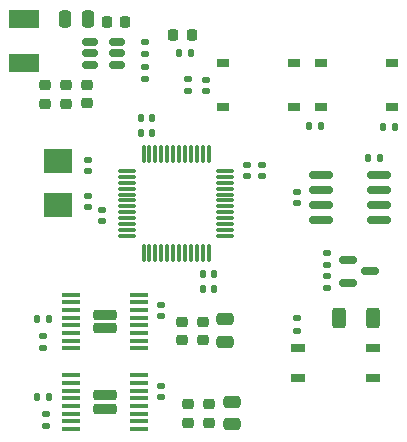
<source format=gtp>
%TF.GenerationSoftware,KiCad,Pcbnew,8.0.3-8.0.3-0~ubuntu22.04.1*%
%TF.CreationDate,2024-06-18T13:07:19+03:00*%
%TF.ProjectId,DoserDriver,446f7365-7244-4726-9976-65722e6b6963,rev?*%
%TF.SameCoordinates,Original*%
%TF.FileFunction,Paste,Top*%
%TF.FilePolarity,Positive*%
%FSLAX46Y46*%
G04 Gerber Fmt 4.6, Leading zero omitted, Abs format (unit mm)*
G04 Created by KiCad (PCBNEW 8.0.3-8.0.3-0~ubuntu22.04.1) date 2024-06-18 13:07:19*
%MOMM*%
%LPD*%
G01*
G04 APERTURE LIST*
G04 Aperture macros list*
%AMRoundRect*
0 Rectangle with rounded corners*
0 $1 Rounding radius*
0 $2 $3 $4 $5 $6 $7 $8 $9 X,Y pos of 4 corners*
0 Add a 4 corners polygon primitive as box body*
4,1,4,$2,$3,$4,$5,$6,$7,$8,$9,$2,$3,0*
0 Add four circle primitives for the rounded corners*
1,1,$1+$1,$2,$3*
1,1,$1+$1,$4,$5*
1,1,$1+$1,$6,$7*
1,1,$1+$1,$8,$9*
0 Add four rect primitives between the rounded corners*
20,1,$1+$1,$2,$3,$4,$5,0*
20,1,$1+$1,$4,$5,$6,$7,0*
20,1,$1+$1,$6,$7,$8,$9,0*
20,1,$1+$1,$8,$9,$2,$3,0*%
G04 Aperture macros list end*
%ADD10RoundRect,0.250000X-0.312500X-0.625000X0.312500X-0.625000X0.312500X0.625000X-0.312500X0.625000X0*%
%ADD11RoundRect,0.135000X0.185000X-0.135000X0.185000X0.135000X-0.185000X0.135000X-0.185000X-0.135000X0*%
%ADD12RoundRect,0.140000X-0.170000X0.140000X-0.170000X-0.140000X0.170000X-0.140000X0.170000X0.140000X0*%
%ADD13RoundRect,0.250000X0.475000X-0.250000X0.475000X0.250000X-0.475000X0.250000X-0.475000X-0.250000X0*%
%ADD14RoundRect,0.135000X-0.135000X-0.185000X0.135000X-0.185000X0.135000X0.185000X-0.135000X0.185000X0*%
%ADD15RoundRect,0.140000X-0.140000X-0.170000X0.140000X-0.170000X0.140000X0.170000X-0.140000X0.170000X0*%
%ADD16RoundRect,0.135000X-0.185000X0.135000X-0.185000X-0.135000X0.185000X-0.135000X0.185000X0.135000X0*%
%ADD17RoundRect,0.140000X0.170000X-0.140000X0.170000X0.140000X-0.170000X0.140000X-0.170000X-0.140000X0*%
%ADD18RoundRect,0.250000X-0.250000X-0.475000X0.250000X-0.475000X0.250000X0.475000X-0.250000X0.475000X0*%
%ADD19RoundRect,0.225000X0.250000X-0.225000X0.250000X0.225000X-0.250000X0.225000X-0.250000X-0.225000X0*%
%ADD20RoundRect,0.225000X-0.250000X0.225000X-0.250000X-0.225000X0.250000X-0.225000X0.250000X0.225000X0*%
%ADD21R,1.200000X0.800000*%
%ADD22RoundRect,0.140000X0.140000X0.170000X-0.140000X0.170000X-0.140000X-0.170000X0.140000X-0.170000X0*%
%ADD23RoundRect,0.218750X0.218750X0.256250X-0.218750X0.256250X-0.218750X-0.256250X0.218750X-0.256250X0*%
%ADD24RoundRect,0.150000X-0.512500X-0.150000X0.512500X-0.150000X0.512500X0.150000X-0.512500X0.150000X0*%
%ADD25R,1.000000X0.750000*%
%ADD26RoundRect,0.150000X-0.825000X-0.150000X0.825000X-0.150000X0.825000X0.150000X-0.825000X0.150000X0*%
%ADD27RoundRect,0.232500X-0.757500X-0.232500X0.757500X-0.232500X0.757500X0.232500X-0.757500X0.232500X0*%
%ADD28RoundRect,0.100000X-0.687500X-0.100000X0.687500X-0.100000X0.687500X0.100000X-0.687500X0.100000X0*%
%ADD29RoundRect,0.135000X0.135000X0.185000X-0.135000X0.185000X-0.135000X-0.185000X0.135000X-0.185000X0*%
%ADD30RoundRect,0.075000X-0.662500X-0.075000X0.662500X-0.075000X0.662500X0.075000X-0.662500X0.075000X0*%
%ADD31RoundRect,0.075000X-0.075000X-0.662500X0.075000X-0.662500X0.075000X0.662500X-0.075000X0.662500X0*%
%ADD32R,2.500000X1.500000*%
%ADD33RoundRect,0.225000X-0.225000X-0.250000X0.225000X-0.250000X0.225000X0.250000X-0.225000X0.250000X0*%
%ADD34RoundRect,0.150000X-0.587500X-0.150000X0.587500X-0.150000X0.587500X0.150000X-0.587500X0.150000X0*%
%ADD35R,2.400000X2.000000*%
G04 APERTURE END LIST*
D10*
X84537500Y-57980000D03*
X87462500Y-57980000D03*
D11*
X71750000Y-38760000D03*
X71750000Y-37740000D03*
D12*
X73250000Y-37770000D03*
X73250000Y-38730000D03*
D13*
X74900000Y-59950000D03*
X74900000Y-58050000D03*
D14*
X58990000Y-64660000D03*
X60010000Y-64660000D03*
D15*
X67750000Y-42250000D03*
X68710000Y-42250000D03*
D16*
X68100000Y-34580000D03*
X68100000Y-35600000D03*
D17*
X81025000Y-48230000D03*
X81025000Y-47270000D03*
D18*
X61368750Y-32650000D03*
X63268750Y-32650000D03*
D19*
X71750000Y-66800000D03*
X71750000Y-65250000D03*
D11*
X83562500Y-53450000D03*
X83562500Y-52430000D03*
D20*
X61400000Y-38250000D03*
X61400000Y-39800000D03*
D13*
X75500000Y-66950000D03*
X75500000Y-65050000D03*
D17*
X63300000Y-45500000D03*
X63300000Y-44540000D03*
D12*
X78000000Y-44980000D03*
X78000000Y-45940000D03*
X76750000Y-45000000D03*
X76750000Y-45960000D03*
D19*
X71250000Y-59800000D03*
X71250000Y-58250000D03*
D16*
X59750000Y-66070000D03*
X59750000Y-67090000D03*
D19*
X73000000Y-59800000D03*
X73000000Y-58250000D03*
D21*
X81100000Y-60480000D03*
X81100000Y-63020000D03*
X87400000Y-63020000D03*
X87400000Y-60480000D03*
D14*
X70980000Y-35500000D03*
X72000000Y-35500000D03*
D22*
X74000000Y-54250000D03*
X73040000Y-54250000D03*
X74000000Y-55500000D03*
X73040000Y-55500000D03*
D23*
X72075000Y-34000000D03*
X70500000Y-34000000D03*
D20*
X59650000Y-38250000D03*
X59650000Y-39800000D03*
D24*
X63481250Y-34600000D03*
X63481250Y-35550000D03*
X63481250Y-36500000D03*
X65756250Y-36500000D03*
X65756250Y-35550000D03*
X65756250Y-34600000D03*
D14*
X58990000Y-58000000D03*
X60010000Y-58000000D03*
D25*
X80750000Y-40125000D03*
X74750000Y-40125000D03*
X80750000Y-36375000D03*
X74750000Y-36375000D03*
D17*
X69500000Y-64640000D03*
X69500000Y-63680000D03*
D26*
X83025000Y-45845000D03*
X83025000Y-47115000D03*
X83025000Y-48385000D03*
X83025000Y-49655000D03*
X87975000Y-49655000D03*
X87975000Y-48385000D03*
X87975000Y-47115000D03*
X87975000Y-45845000D03*
D20*
X63250000Y-38225000D03*
X63250000Y-39775000D03*
D27*
X64750000Y-64500000D03*
X64750000Y-65660000D03*
D28*
X61887500Y-62805000D03*
X61887500Y-63455000D03*
X61887500Y-64105000D03*
X61887500Y-64755000D03*
X61887500Y-65405000D03*
X61887500Y-66055000D03*
X61887500Y-66705000D03*
X61887500Y-67355000D03*
X67612500Y-67355000D03*
X67612500Y-66705000D03*
X67612500Y-66055000D03*
X67612500Y-65405000D03*
X67612500Y-64755000D03*
X67612500Y-64105000D03*
X67612500Y-63455000D03*
X67612500Y-62805000D03*
D17*
X69500000Y-57790000D03*
X69500000Y-56830000D03*
D29*
X89260000Y-41750000D03*
X88240000Y-41750000D03*
D12*
X63300000Y-47620000D03*
X63300000Y-48580000D03*
D27*
X64750000Y-57670000D03*
X64750000Y-58830000D03*
D28*
X61887500Y-55975000D03*
X61887500Y-56625000D03*
X61887500Y-57275000D03*
X61887500Y-57925000D03*
X61887500Y-58575000D03*
X61887500Y-59225000D03*
X61887500Y-59875000D03*
X61887500Y-60525000D03*
X67612500Y-60525000D03*
X67612500Y-59875000D03*
X67612500Y-59225000D03*
X67612500Y-58575000D03*
X67612500Y-57925000D03*
X67612500Y-57275000D03*
X67612500Y-56625000D03*
X67612500Y-55975000D03*
D17*
X64500000Y-49730000D03*
X64500000Y-48770000D03*
D30*
X66587500Y-45500000D03*
X66587500Y-46000000D03*
X66587500Y-46500000D03*
X66587500Y-47000000D03*
X66587500Y-47500000D03*
X66587500Y-48000000D03*
X66587500Y-48500000D03*
X66587500Y-49000000D03*
X66587500Y-49500000D03*
X66587500Y-50000000D03*
X66587500Y-50500000D03*
X66587500Y-51000000D03*
D31*
X68000000Y-52412500D03*
X68500000Y-52412500D03*
X69000000Y-52412500D03*
X69500000Y-52412500D03*
X70000000Y-52412500D03*
X70500000Y-52412500D03*
X71000000Y-52412500D03*
X71500000Y-52412500D03*
X72000000Y-52412500D03*
X72500000Y-52412500D03*
X73000000Y-52412500D03*
X73500000Y-52412500D03*
D30*
X74912500Y-51000000D03*
X74912500Y-50500000D03*
X74912500Y-50000000D03*
X74912500Y-49500000D03*
X74912500Y-49000000D03*
X74912500Y-48500000D03*
X74912500Y-48000000D03*
X74912500Y-47500000D03*
X74912500Y-47000000D03*
X74912500Y-46500000D03*
X74912500Y-46000000D03*
X74912500Y-45500000D03*
D31*
X73500000Y-44087500D03*
X73000000Y-44087500D03*
X72500000Y-44087500D03*
X72000000Y-44087500D03*
X71500000Y-44087500D03*
X71000000Y-44087500D03*
X70500000Y-44087500D03*
X70000000Y-44087500D03*
X69500000Y-44087500D03*
X69000000Y-44087500D03*
X68500000Y-44087500D03*
X68000000Y-44087500D03*
D19*
X73500000Y-66800000D03*
X73500000Y-65250000D03*
D32*
X57918750Y-36350000D03*
X57918750Y-32650000D03*
D29*
X83010000Y-41700000D03*
X81990000Y-41700000D03*
D14*
X86965000Y-44385000D03*
X87985000Y-44385000D03*
D25*
X83000000Y-36375000D03*
X89000000Y-36375000D03*
X83000000Y-40125000D03*
X89000000Y-40125000D03*
D15*
X67750000Y-41000000D03*
X68710000Y-41000000D03*
D33*
X64868750Y-32850000D03*
X66418750Y-32850000D03*
D16*
X59500000Y-59490000D03*
X59500000Y-60510000D03*
D34*
X85312500Y-53050000D03*
X85312500Y-54950000D03*
X87187500Y-54000000D03*
D16*
X68100000Y-36690000D03*
X68100000Y-37710000D03*
D11*
X81000000Y-59010000D03*
X81000000Y-57990000D03*
D16*
X83562500Y-54430000D03*
X83562500Y-55450000D03*
D35*
X60750000Y-44650000D03*
X60750000Y-48350000D03*
M02*

</source>
